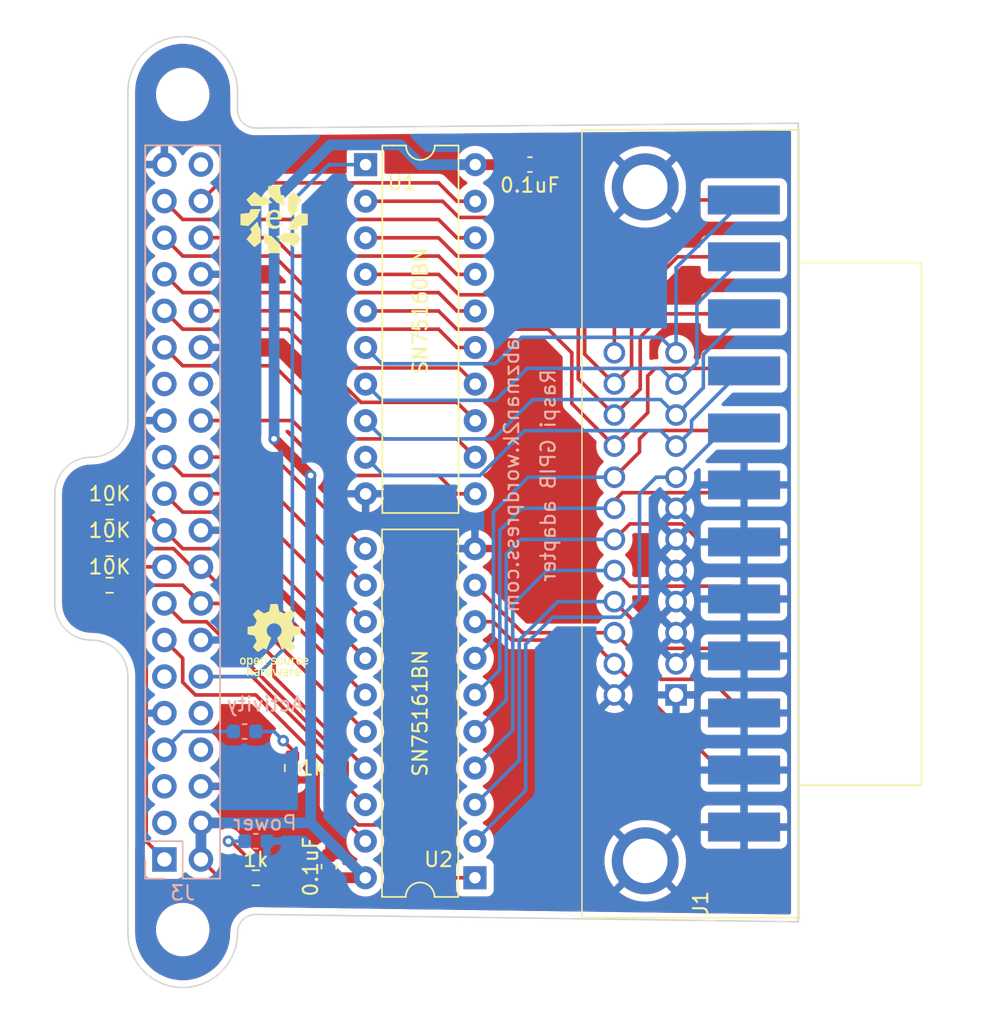
<source format=kicad_pcb>
(kicad_pcb (version 20211014) (generator pcbnew)
  (layers (0 "F.Cu" signal) (31 "B.Cu" signal) (34 "B.Paste" user) (35 "F.Paste" user) (36 "B.SilkS" user "B.Silkscreen") (37 "F.SilkS" user "F.Silkscreen") (38 "B.Mask" user) (39 "F.Mask" user) (44 "Edge.Cuts" user))
  (net 0 "")
  (net 1 "/DIO1")
  (net 2 "/DIO2")
  (net 3 "/DIO3")
  (net 4 "/DIO4")
  (net 5 "/EOI")
  (net 6 "/DAV")
  (net 7 "/NRFD")
  (net 8 "/NDAC")
  (net 9 "/IFC")
  (net 10 "/SRQ")
  (net 11 "/ATN")
  (net 12 "GND")
  (net 13 "/DIO5")
  (net 14 "/DIO6")
  (net 15 "/DIO7")
  (net 16 "/DIO8")
  (net 17 "/REN")
  (net 18 "+5V")
  (net 19 "Net-(D1-Pad1)")
  (net 20 "Net-(D1-Pad2)")
  (net 21 "/GPIO18")
  (net 22 "/GPIO08")
  (net 23 "/GPIO11")
  (net 24 "/GPIO25")
  (net 25 "/GPIO09")
  (net 26 "/GPIO10")
  (net 27 "/GPIO24")
  (net 28 "/GPIO23")
  (net 29 "/GPIO22")
  (net 30 "/GPIO27")
  (net 31 "+3V3")
  (net 37 "/GPIO07")
  (net 40 "/GPIO05")
  (net 41 "/GPIO06")
  (net 42 "/GPIO12")
  (net 43 "/GPIO13")
  (net 44 "/GPIO19")
  (net 45 "/GPIO16")
  (net 46 "/GPIO26")
  (net 47 "/GPIO20")
  (net 49 "Net-(D2-Pad2)")
  (footprint "Capacitor_SMD:C_0603_1608Metric" (layer "F.Cu") (at 223.52 71.12)
    (fp_text reference "C1" hide)
    (fp_text value "0.1uF" (at 0 1.43) (layer "F.SilkS"))
    (pad "1" smd roundrect locked (at -0.775 0) (size 0.9 0.95) (layers "F.Cu" "F.Paste" "F.Mask") (net 18 "+5V"))
    (pad "2" smd roundrect locked (at 0.775 0) (size 0.9 0.95) (layers "F.Cu" "F.Paste" "F.Mask") (net 12 "GND"))
  )
  (footprint "Resistor_SMD:R_0603_1608Metric" (layer "F.Cu") (at 207.01 113.03 -90)
    (fp_text reference "R4" hide)
    (fp_text value "1k" (at 0 -1.397 180) (layer "F.SilkS"))
    (pad "1" smd roundrect locked (at -0.825 0 270) (size 0.8 0.95) (layers "F.Cu" "F.Paste" "F.Mask") (net 19 "Net-(D1-Pad1)"))
    (pad "2" smd roundrect locked (at 0.825 0 270) (size 0.8 0.95) (layers "F.Cu" "F.Paste" "F.Mask") (net 12 "GND"))
  )
  (footprint "MountingHole:MountingHole_2.7mm_M2.5" (layer "F.Cu") (at 199.39 66.25)
    (fp_text reference "REF**" hide)
    (fp_text value "MountingHole_2.7mm_M2.5")
    (pad "" np_thru_hole circle locked (at 0 0) (size 2.7 2.7) (drill 2.7) (layers *.Cu *.Mask))
  )
  (footprint "Evan's misc parts:OSHW gear" (layer "F.Cu") (at 205.74 104.14)
    (fp_text reference "G***" hide)
    (fp_text value "LOGO" hide)
  )
  (footprint "Resistor_SMD:R_0603_1608Metric" (layer "F.Cu") (at 194.31 95.25)
    (fp_text reference "R3" hide)
    (fp_text value "10K" (at 0 -1.27) (layer "F.SilkS"))
    (pad "1" smd roundrect locked (at -0.825 0) (size 0.8 0.95) (layers "F.Cu" "F.Paste" "F.Mask") (net 31 "+3V3"))
    (pad "2" smd roundrect locked (at 0.825 0) (size 0.8 0.95) (layers "F.Cu" "F.Paste" "F.Mask") (net 26 "/GPIO10"))
  )
  (footprint "Resistor_SMD:R_0603_1608Metric" (layer "F.Cu") (at 204.47 120.65 180)
    (fp_text reference "R5" hide)
    (fp_text value "1k" (at 0 1.27) (layer "F.SilkS"))
    (pad "1" smd roundrect locked (at -0.825 0 180) (size 0.8 0.95) (layers "F.Cu" "F.Paste" "F.Mask") (net 49 "Net-(D2-Pad2)"))
    (pad "2" smd roundrect locked (at 0.825 0 180) (size 0.8 0.95) (layers "F.Cu" "F.Paste" "F.Mask") (net 18 "+5V"))
  )
  (footprint "Evan's misc parts:edge mounted 24 pin card edge connector (2x12 pin)" (layer "F.Cu") (at 235.8905 123.705 90)
    (fp_text reference "J1" (at 1.277 -0.5 90 unlocked) (layer "F.SilkS"))
    (fp_text value "2x12 card edge connector (lettered/numbered)")
    (fp_line (start 55.46 6.28) (end 0 6.28) (layer "Edge.Cuts") (width 0.12))
    (pad "1" smd rect (at 50.13 2.5 90) (size 2 5) (layers "F.Cu" "F.Paste" "F.Mask") (net 1 "/DIO1"))
    (pad "2" smd rect (at 46.18 2.51 90) (size 2 5) (layers "F.Cu" "F.Paste" "F.Mask") (net 2 "/DIO2"))
    (pad "3" smd rect (at 42.22 2.51 90) (size 2 5) (layers "F.Cu" "F.Paste" "F.Mask") (net 3 "/DIO3"))
    (pad "4" smd rect (at 38.26 2.52 90) (size 2 5) (layers "F.Cu" "F.Paste" "F.Mask") (net 4 "/DIO4"))
    (pad "5" smd rect (at 34.3 2.51 90) (size 2 5) (layers "F.Cu" "F.Paste" "F.Mask") (net 5 "/EOI"))
    (pad "6" smd rect (at 30.34 2.51 90) (size 2 5) (layers "F.Cu" "F.Paste" "F.Mask") (net 6 "/DAV"))
    (pad "7" smd rect (at 26.38 2.52 90) (size 2 5) (layers "F.Cu" "F.Paste" "F.Mask") (net 7 "/NRFD"))
    (pad "8" smd rect (at 22.42 2.51 90) (size 2 5) (layers "F.Cu" "F.Paste" "F.Mask") (net 8 "/NDAC"))
    (pad "9" smd rect (at 18.46 2.51 90) (size 2 5) (layers "F.Cu" "F.Paste" "F.Mask") (net 9 "/IFC"))
    (pad "10" smd rect (at 14.5 2.51 90) (size 2 5) (layers "F.Cu" "F.Paste" "F.Mask") (net 10 "/SRQ"))
    (pad "11" smd rect (at 10.54 2.51 90) (size 2 5) (layers "F.Cu" "F.Paste" "F.Mask") (net 11 "/ATN"))
    (pad "12" smd rect (at 6.58 2.51 90) (size 2 5) (layers "F.Cu" "F.Paste" "F.Mask") (net 12 "GND"))
    (pad "A" smd rect (at 50.13 2.5 90) (size 2 5) (layers "B.Cu" "B.Paste" "B.Mask") (net 13 "/DIO5"))
    (pad "B" smd rect (at 46.18 2.51 90) (size 2 5) (layers "B.Cu" "B.Paste" "B.Mask") (net 14 "/DIO6"))
    (pad "C" smd rect (at 42.22 2.51 90) (size 2 5) (layers "B.Cu" "B.Paste" "B.Mask") (net 15 "/DIO7"))
    (pad "D" smd rect (at 38.26 2.51 90) (size 2 5) (layers "B.Cu" "B.Paste" "B.Mask") (net 16 "/DIO8"))
    (pad "E" smd rect (at 34.3 2.51 90) (size 2 5) (layers "B.Cu" "B.Paste" "B.Mask") (net 17 "/REN"))
    (pad "F" smd rect (at 30.34 2.51 90) (size 2 5) (layers "B.Cu" "B.Paste" "B.Mask") (net 12 "GND"))
    (pad "H" smd rect (at 26.38 2.51 90) (size 2 5) (layers "B.Cu" "B.Paste" "B.Mask") (net 12 "GND"))
    (pad "J" smd rect (at 22.42 2.51 90) (size 2 5) (layers "B.Cu" "B.Paste" "B.Mask") (net 12 "GND"))
    (pad "K" smd rect (at 18.46 2.51 90) (size 2 5) (layers "B.Cu" "B.Paste" "B.Mask") (net 12 "GND"))
    (pad "L" smd rect (at 14.5 2.51 90) (size 2 5) (layers "B.Cu" "B.Paste" "B.Mask") (net 12 "GND"))
    (pad "M" smd rect (at 10.54 2.51 90) (size 2 5) (layers "B.Cu" "B.Paste" "B.Mask") (net 12 "GND"))
    (pad "N" smd rect (at 6.58 2.51 90) (size 2 5) (layers "B.Cu" "B.Paste" "B.Mask") (net 12 "GND"))
  )
  (footprint "Capacitor_SMD:C_0603_1608Metric" (layer "F.Cu") (at 209.55 119.875 90)
    (fp_text reference "C2" hide)
    (fp_text value "0.1uF" (at 0 -1.27 90) (layer "F.SilkS"))
    (pad "1" smd roundrect locked (at -0.775 0 90) (size 0.9 0.95) (layers "F.Cu" "F.Paste" "F.Mask") (net 18 "+5V"))
    (pad "2" smd roundrect locked (at 0.775 0 90) (size 0.9 0.95) (layers "F.Cu" "F.Paste" "F.Mask") (net 12 "GND"))
  )
  (footprint "MountingHole:MountingHole_2.7mm_M2.5" (layer "F.Cu") (at 199.39 124.245)
    (fp_text reference "REF**" hide)
    (fp_text value "MountingHole_2.7mm_M2.5")
    (pad "" np_thru_hole circle locked (at 0 0) (size 2.7 2.7) (drill 2.7) (layers *.Cu *.Mask))
  )
  (footprint "Resistor_SMD:R_0603_1608Metric" (layer "F.Cu") (at 194.31 97.79)
    (fp_text reference "R2" hide)
    (fp_text value "10K" (at 0 -1.27) (layer "F.SilkS"))
    (pad "1" smd roundrect locked (at -0.825 0) (size 0.8 0.95) (layers "F.Cu" "F.Paste" "F.Mask") (net 31 "+3V3"))
    (pad "2" smd roundrect locked (at 0.825 0) (size 0.8 0.95) (layers "F.Cu" "F.Paste" "F.Mask") (net 27 "/GPIO24"))
  )
  (footprint "Package_DIP:DIP-20_W7.62mm" (layer "F.Cu") (at 219.7 120.645 180)
    (fp_text reference "U2" (at 2.53 1.265) (layer "F.SilkS"))
    (fp_text value "SN75161BN" (at 3.81 11.425 90) (layer "F.SilkS"))
    (pad "1" thru_hole rect locked (at 0 0 180) (size 1.6 1.6) (drill 0.8) (layers *.Cu *.Mask) (net 21 "/GPIO18"))
    (pad "2" thru_hole oval locked (at 0 2.54 180) (size 1.6 1.6) (drill 0.8) (layers *.Cu *.Mask) (net 17 "/REN"))
    (pad "3" thru_hole oval locked (at 0 5.08 180) (size 1.6 1.6) (drill 0.8) (layers *.Cu *.Mask) (net 9 "/IFC"))
    (pad "4" thru_hole oval locked (at 0 7.62 180) (size 1.6 1.6) (drill 0.8) (layers *.Cu *.Mask) (net 8 "/NDAC"))
    (pad "5" thru_hole oval locked (at 0 10.16 180) (size 1.6 1.6) (drill 0.8) (layers *.Cu *.Mask) (net 7 "/NRFD"))
    (pad "6" thru_hole oval locked (at 0 12.7 180) (size 1.6 1.6) (drill 0.8) (layers *.Cu *.Mask) (net 6 "/DAV"))
    (pad "7" thru_hole oval locked (at 0 15.24 180) (size 1.6 1.6) (drill 0.8) (layers *.Cu *.Mask) (net 5 "/EOI"))
    (pad "8" thru_hole oval locked (at 0 17.78 180) (size 1.6 1.6) (drill 0.8) (layers *.Cu *.Mask) (net 11 "/ATN"))
    (pad "9" thru_hole oval locked (at 0 20.32 180) (size 1.6 1.6) (drill 0.8) (layers *.Cu *.Mask) (net 10 "/SRQ"))
    (pad "10" thru_hole oval locked (at 0 22.86 180) (size 1.6 1.6) (drill 0.8) (layers *.Cu *.Mask) (net 12 "GND"))
    (pad "11" thru_hole oval locked (at 7.62 22.86 180) (size 1.6 1.6) (drill 0.8) (layers *.Cu *.Mask) (net 22 "/GPIO08"))
    (pad "12" thru_hole oval locked (at 7.62 20.32 180) (size 1.6 1.6) (drill 0.8) (layers *.Cu *.Mask) (net 23 "/GPIO11"))
    (pad "13" thru_hole oval locked (at 7.62 17.78 180) (size 1.6 1.6) (drill 0.8) (layers *.Cu *.Mask) (net 24 "/GPIO25"))
    (pad "14" thru_hole oval locked (at 7.62 15.24 180) (size 1.6 1.6) (drill 0.8) (layers *.Cu *.Mask) (net 25 "/GPIO09"))
    (pad "15" thru_hole oval locked (at 7.62 12.7 180) (size 1.6 1.6) (drill 0.8) (layers *.Cu *.Mask) (net 26 "/GPIO10"))
    (pad "16" thru_hole oval locked (at 7.62 10.16 180) (size 1.6 1.6) (drill 0.8) (layers *.Cu *.Mask) (net 27 "/GPIO24"))
    (pad "17" thru_hole oval locked (at 7.62 7.62 180) (size 1.6 1.6) (drill 0.8) (layers *.Cu *.Mask) (net 28 "/GPIO23"))
    (pad "18" thru_hole oval locked (at 7.62 5.08 180) (size 1.6 1.6) (drill 0.8) (layers *.Cu *.Mask) (net 29 "/GPIO22"))
    (pad "19" thru_hole oval locked (at 7.62 2.54 180) (size 1.6 1.6) (drill 0.8) (layers *.Cu *.Mask) (net 30 "/GPIO27"))
    (pad "20" thru_hole oval locked (at 7.62 0 180) (size 1.6 1.6) (drill 0.8) (layers *.Cu *.Mask) (net 18 "+5V"))
  )
  (footprint "Evan's misc parts:GPIB" (layer "F.Cu") (at 233.68 107.95 90)
    (fp_text reference "J2" hide)
    (fp_text value "112-024-113R001" hide)
    (pad "1" thru_hole circle (at 23.76 -4.29 90) (size 1.5 1.5) (drill 1) (layers *.Cu *.Mask) (net 1 "/DIO1"))
    (pad "2" thru_hole circle (at 21.6 -4.29 90) (size 1.5 1.5) (drill 1) (layers *.Cu *.Mask) (net 2 "/DIO2"))
    (pad "3" thru_hole circle (at 19.44 -4.29 90) (size 1.5 1.5) (drill 1) (layers *.Cu *.Mask) (net 3 "/DIO3"))
    (pad "4" thru_hole circle (at 17.28 -4.29 90) (size 1.5 1.5) (drill 1) (layers *.Cu *.Mask) (net 4 "/DIO4"))
    (pad "5" thru_hole circle (at 15.12 -4.29 90) (size 1.5 1.5) (drill 1) (layers *.Cu *.Mask) (net 5 "/EOI"))
    (pad "6" thru_hole circle (at 12.96 -4.29 90) (size 1.5 1.5) (drill 1) (layers *.Cu *.Mask) (net 6 "/DAV"))
    (pad "7" thru_hole circle (at 10.8 -4.29 90) (size 1.5 1.5) (drill 1) (layers *.Cu *.Mask) (net 7 "/NRFD"))
    (pad "8" thru_hole circle (at 8.64 -4.29 90) (size 1.5 1.5) (drill 1) (layers *.Cu *.Mask) (net 8 "/NDAC"))
    (pad "9" thru_hole circle (at 6.48 -4.29 90) (size 1.5 1.5) (drill 1) (layers *.Cu *.Mask) (net 9 "/IFC"))
    (pad "10" thru_hole circle (at 4.32 -4.29 90) (size 1.5 1.5) (drill 1) (layers *.Cu *.Mask) (net 10 "/SRQ"))
    (pad "11" thru_hole circle (at 2.16 -4.29 90) (size 1.5 1.5) (drill 1) (layers *.Cu *.Mask) (net 11 "/ATN"))
    (pad "12" thru_hole circle (at 0 -4.29 90) (size 1.5 1.5) (drill 1) (layers *.Cu *.Mask) (net 12 "GND"))
    (pad "13" thru_hole circle (at 23.76 0 90) (size 1.5 1.5) (drill 1) (layers *.Cu *.Mask) (net 13 "/DIO5"))
    (pad "14" thru_hole circle (at 21.6 0 90) (size 1.5 1.5) (drill 1) (layers *.Cu *.Mask) (net 14 "/DIO6"))
    (pad "15" thru_hole circle (at 19.44 0 90) (size 1.5 1.5) (drill 1) (layers *.Cu *.Mask) (net 15 "/DIO7"))
    (pad "16" thru_hole circle (at 17.28 0 90) (size 1.5 1.5) (drill 1) (layers *.Cu *.Mask) (net 16 "/DIO8"))
    (pad "17" thru_hole circle (at 15.12 0 90) (size 1.5 1.5) (drill 1) (layers *.Cu *.Mask) (net 17 "/REN"))
    (pad "18" thru_hole circle (at 12.96 0 90) (size 1.5 1.5) (drill 1) (layers *.Cu *.Mask) (net 12 "GND"))
    (pad "19" thru_hole circle (at 10.8 0 90) (size 1.5 1.5) (drill 1) (layers *.Cu *.Mask) (net 12 "GND"))
    (pad "20" thru_hole circle (at 8.64 0 90) (size 1.5 1.5) (drill 1) (layers *.Cu *.Mask) (net 12 "GND"))
    (pad "21" thru_hole circle (at 6.48 0 90) (size 1.5 1.5) (drill 1) (layers *.Cu *.Mask) (net 12 "GND"))
    (pad "22" thru_hole circle (at 4.32 0 90) (size 1.5 1.5) (drill 1) (layers *.Cu *.Mask) (net 12 "GND"))
    (pad "23" thru_hole circle (at 2.16 0 90) (size 1.5 1.5) (drill 1) (layers *.Cu *.Mask) (net 12 "GND"))
    (pad "24" thru_hole rect (at 0 0 90) (size 1.5 1.5) (drill 1) (layers *.Cu *.Mask) (net 12 "GND"))
    (pad "MH1" thru_hole circle (at -11.52 -2.145 90) (size 4.65 4.65) (drill 3.1) (layers *.Cu *.Mask) (net 12 "GND"))
    (pad "MH2" thru_hole circle (at 35.28 -2.145 90) (size 4.65 4.65) (drill 3.1) (layers *.Cu *.Mask) (net 12 "GND"))
  )
  (footprint "Package_DIP:DIP-20_W7.62mm" (layer "F.Cu") (at 212.1 71.125)
    (fp_text reference "U1" (at 2.53 1.265 180) (layer "F.SilkS"))
    (fp_text value "SN75160BN" (at 3.8 10.155 90) (layer "F.SilkS"))
    (pad "1" thru_hole rect locked (at 0 0) (size 1.6 1.6) (drill 0.8) (layers *.Cu *.Mask) (net 21 "/GPIO18"))
    (pad "2" thru_hole oval locked (at 0 2.54) (size 1.6 1.6) (drill 0.8) (layers *.Cu *.Mask) (net 1 "/DIO1"))
    (pad "3" thru_hole oval locked (at 0 5.08) (size 1.6 1.6) (drill 0.8) (layers *.Cu *.Mask) (net 2 "/DIO2"))
    (pad "4" thru_hole oval locked (at 0 7.62) (size 1.6 1.6) (drill 0.8) (layers *.Cu *.Mask) (net 3 "/DIO3"))
    (pad "5" thru_hole oval locked (at 0 10.16) (size 1.6 1.6) (drill 0.8) (layers *.Cu *.Mask) (net 4 "/DIO4"))
    (pad "6" thru_hole oval locked (at 0 12.7) (size 1.6 1.6) (drill 0.8) (layers *.Cu *.Mask) (net 13 "/DIO5"))
    (pad "7" thru_hole oval locked (at 0 15.24) (size 1.6 1.6) (drill 0.8) (layers *.Cu *.Mask) (net 14 "/DIO6"))
    (pad "8" thru_hole oval locked (at 0 17.78) (size 1.6 1.6) (drill 0.8) (layers *.Cu *.Mask) (net 15 "/DIO7"))
    (pad "9" thru_hole oval locked (at 0 20.32) (size 1.6 1.6) (drill 0.8) (layers *.Cu *.Mask) (net 16 "/DIO8"))
    (pad "10" thru_hole oval locked (at 0 22.86) (size 1.6 1.6) (drill 0.8) (layers *.Cu *.Mask) (net 12 "GND"))
    (pad "11" thru_hole oval locked (at 7.62 22.86) (size 1.6 1.6) (drill 0.8) (layers *.Cu *.Mask) (net 37 "/GPIO07"))
    (pad "12" thru_hole oval locked (at 7.62 20.32) (size 1.6 1.6) (drill 0.8) (layers *.Cu *.Mask) (net 40 "/GPIO05"))
    (pad "13" thru_hole oval locked (at 7.62 17.78) (size 1.6 1.6) (drill 0.8) (layers *.Cu *.Mask) (net 41 "/GPIO06"))
    (pad "14" thru_hole oval locked (at 7.62 15.24) (size 1.6 1.6) (drill 0.8) (layers *.Cu *.Mask) (net 42 "/GPIO12"))
    (pad "15" thru_hole oval locked (at 7.62 12.7) (size 1.6 1.6) (drill 0.8) (layers *.Cu *.Mask) (net 43 "/GPIO13"))
    (pad "16" thru_hole oval locked (at 7.62 10.16) (size 1.6 1.6) (drill 0.8) (layers *.Cu *.Mask) (net 44 "/GPIO19"))
    (pad "17" thru_hole oval locked (at 7.62 7.62) (size 1.6 1.6) (drill 0.8) (layers *.Cu *.Mask) (net 45 "/GPIO16"))
    (pad "18" thru_hole oval locked (at 7.62 5.08) (size 1.6 1.6) (drill 0.8) (layers *.Cu *.Mask) (net 46 "/GPIO26"))
    (pad "19" thru_hole oval locked (at 7.62 2.54) (size 1.6 1.6) (drill 0.8) (layers *.Cu *.Mask) (net 47 "/GPIO20"))
    (pad "20" thru_hole oval locked (at 7.62 0) (size 1.6 1.6) (drill 0.8) (layers *.Cu *.Mask) (net 18 "+5V"))
  )
  (footprint "Evan's misc parts:Evan Logo" (layer "F.Cu") (at 205.74 74.93)
    (fp_text reference "G***" hide)
    (fp_text value "LOGO" hide)
  )
  (footprint "Resistor_SMD:R_0603_1608Metric" (layer "F.Cu") (at 194.31 100.33)
    (fp_text reference "R1" hide)
    (fp_text value "10K" (at 0 -1.27) (layer "F.SilkS"))
    (pad "1" smd roundrect locked (at -0.825 0) (size 0.8 0.95) (layers "F.Cu" "F.Paste" "F.Mask") (net 31 "+3V3"))
    (pad "2" smd roundrect locked (at 0.825 0) (size 0.8 0.95) (layers "F.Cu" "F.Paste" "F.Mask") (net 28 "/GPIO23"))
  )
  (footprint "Connector_PinHeader_2.54mm:PinHeader_2x20_P2.54mm_Vertical" (layer "B.Cu") (at 198.115 119.375)
    (fp_text reference "J3" (at 1.27 2.33) (layer "B.SilkS") (effects (justify mirror)))
    (fp_text value "Raspberry_Pi_2_3")
    (pad "1" thru_hole rect locked (at 0 0) (size 1.7 1.7) (drill 1) (layers *.Cu *.Mask) (net 31 "+3V3"))
    (pad "2" thru_hole oval locked (at 2.54 0) (size 1.7 1.7) (drill 1) (layers *.Cu *.Mask) (net 18 "+5V"))
    (pad "3" thru_hole oval locked (at 0 -2.54) (size 1.7 1.7) (drill 1) (layers *.Cu *.Mask))
    (pad "4" thru_hole oval locked (at 2.54 -2.54) (size 1.7 1.7) (drill 1) (layers *.Cu *.Mask) (net 18 "+5V"))
    (pad "5" thru_hole oval locked (at 0 -5.08) (size 1.7 1.7) (drill 1) (layers *.Cu *.Mask))
    (pad "6" thru_hole oval locked (at 2.54 -5.08) (size 1.7 1.7) (drill 1) (layers *.Cu *.Mask) (net 12 "GND"))
    (pad "7" thru_hole oval locked (at 0 -7.62) (size 1.7 1.7) (drill 1) (layers *.Cu *.Mask) (net 20 "Net-(D1-Pad2)"))
    (pad "8" thru_hole oval locked (at 2.54 -7.62) (size 1.7 1.7) (drill 1) (layers *.Cu *.Mask))
    (pad "9" thru_hole oval locked (at 0 -10.16) (size 1.7 1.7) (drill 1) (layers *.Cu *.Mask) (net 12 "GND"))
    (pad "10" thru_hole oval locked (at 2.54 -10.16) (size 1.7 1.7) (drill 1) (layers *.Cu *.Mask))
    (pad "11" thru_hole oval locked (at 0 -12.7) (size 1.7 1.7) (drill 1) (layers *.Cu *.Mask))
    (pad "12" thru_hole oval locked (at 2.54 -12.7) (size 1.7 1.7) (drill 1) (layers *.Cu *.Mask) (net 21 "/GPIO18"))
    (pad "13" thru_hole oval locked (at 0 -15.24) (size 1.7 1.7) (drill 1) (layers *.Cu *.Mask) (net 30 "/GPIO27"))
    (pad "14" thru_hole oval locked (at 2.54 -15.24) (size 1.7 1.7) (drill 1) (layers *.Cu *.Mask) (net 12 "GND"))
    (pad "15" thru_hole oval locked (at 0 -17.78) (size 1.7 1.7) (drill 1) (layers *.Cu *.Mask) (net 29 "/GPIO22"))
    (pad "16" thru_hole oval locked (at 2.54 -17.78) (size 1.7 1.7) (drill 1) (layers *.Cu *.Mask) (net 28 "/GPIO23"))
    (pad "17" thru_hole oval locked (at 0 -20.32) (size 1.7 1.7) (drill 1) (layers *.Cu *.Mask) (net 31 "+3V3"))
    (pad "18" thru_hole oval locked (at 2.54 -20.32) (size 1.7 1.7) (drill 1) (layers *.Cu *.Mask) (net 27 "/GPIO24"))
    (pad "19" thru_hole oval locked (at 0 -22.86) (size 1.7 1.7) (drill 1) (layers *.Cu *.Mask) (net 26 "/GPIO10"))
    (pad "20" thru_hole oval locked (at 2.54 -22.86) (size 1.7 1.7) (drill 1) (layers *.Cu *.Mask) (net 12 "GND"))
    (pad "21" thru_hole oval locked (at 0 -25.4) (size 1.7 1.7) (drill 1) (layers *.Cu *.Mask) (net 25 "/GPIO09"))
    (pad "22" thru_hole oval locked (at 2.54 -25.4) (size 1.7 1.7) (drill 1) (layers *.Cu *.Mask) (net 24 "/GPIO25"))
    (pad "23" thru_hole oval locked (at 0 -27.94) (size 1.7 1.7) (drill 1) (layers *.Cu *.Mask) (net 23 "/GPIO11"))
    (pad "24" thru_hole oval locked (at 2.54 -27.94) (size 1.7 1.7) (drill 1) (layers *.Cu *.Mask) (net 22 "/GPIO08"))
    (pad "25" thru_hole oval locked (at 0 -30.48) (size 1.7 1.7) (drill 1) (layers *.Cu *.Mask) (net 12 "GND"))
    (pad "26" thru_hole oval locked (at 2.54 -30.48) (size 1.7 1.7) (drill 1) (layers *.Cu *.Mask) (net 37 "/GPIO07"))
    (pad "27" thru_hole oval locked (at 0 -33.02) (size 1.7 1.7) (drill 1) (layers *.Cu *.Mask))
    (pad "28" thru_hole oval locked (at 2.54 -33.02) (size 1.7 1.7) (drill 1) (layers *.Cu *.Mask))
    (pad "29" thru_hole oval locked (at 0 -35.56) (size 1.7 1.7) (drill 1) (layers *.Cu *.Mask) (net 40 "/GPIO05"))
    (pad "30" thru_hole oval locked (at 2.54 -35.56) (size 1.7 1.7) (drill 1) (layers *.Cu *.Mask) (net 12 "GND"))
    (pad "31" thru_hole oval locked (at 0 -38.1) (size 1.7 1.7) (drill 1) (layers *.Cu *.Mask) (net 41 "/GPIO06"))
    (pad "32" thru_hole oval locked (at 2.54 -38.1) (size 1.7 1.7) (drill 1) (layers *.Cu *.Mask) (net 42 "/GPIO12"))
    (pad "33" thru_hole oval locked (at 0 -40.64) (size 1.7 1.7) (drill 1) (layers *.Cu *.Mask) (net 43 "/GPIO13"))
    (pad "34" thru_hole oval locked (at 2.54 -40.64) (size 1.7 1.7) (drill 1) (layers *.Cu *.Mask) (net 12 "GND"))
    (pad "35" thru_hole oval locked (at 0 -43.18) (size 1.7 1.7) (drill 1) (layers *.Cu *.Mask) (net 44 "/GPIO19"))
    (pad "36" thru_hole oval locked (at 2.54 -43.18) (size 1.7 1.7) (drill 1) (layers *.Cu *.Mask) (net 45 "/GPIO16"))
    (pad "37" thru_hole oval locked (at 0 -45.72) (size 1.7 1.7) (drill 1) (layers *.Cu *.Mask) (net 46 "/GPIO26"))
    (pad "38" thru_hole oval locked (at 2.54 -45.72) (size 1.7 1.7) (drill 1) (layers *.Cu *.Mask) (net 47 "/GPIO20"))
    (pad "39" thru_hole oval locked (at 0 -48.26) (size 1.7 1.7) (drill 1) (layers *.Cu *.Mask) (net 12 "GND"))
    (pad "40" thru_hole oval locked (at 2.54 -48.26) (size 1.7 1.7) (drill 1) (layers *.Cu *.Mask))
  )
  (footprint "Capacitor_SMD:C_0603_1608Metric" (layer "B.Cu") (at 203.695 110.49 180)
    (fp_text reference "D1" hide)
    (fp_text value "Activity" (at -1.41 1.905) (layer "B.SilkS") (effects (justify mirror)))
    (pad "1" smd roundrect locked (at -0.775 0 180) (size 0.9 0.95) (layers "B.Cu" "B.Paste" "B.Mask") (net 19 "Net-(D1-Pad1)"))
    (pad "2" smd roundrect locked (at 0.775 0 180) (size 0.9 0.95) (layers "B.Cu" "B.Paste" "B.Mask") (net 20 "Net-(D1-Pad2)"))
  )
  (footprint "Capacitor_SMD:C_0603_1608Metric" (layer "B.Cu") (at 204.47 118.11 180)
    (fp_text reference "D2" hide)
    (fp_text value "Power" (at -0.635 1.27) (layer "B.SilkS") (effects (justify mirror)))
    (pad "1" smd roundrect locked (at -0.775 0 180) (size 0.9 0.95) (layers "B.Cu" "B.Paste" "B.Mask") (net 12 "GND"))
    (pad "2" smd roundrect locked (at 0.775 0 180) (size 0.9 0.95) (layers "B.Cu" "B.Paste" "B.Mask") (net 49 "Net-(D2-Pad2)"))
  )
  (gr_line (start 204.47 68.58) (end 242.1705 68.245) (layer "Edge.Cuts") (width 0.1))
  (gr_arc (start 203.2 124.46) (mid 199.39 128.27) (end 195.58 124.46) (layer "Edge.Cuts") (width 0.1))
  (gr_arc (start 195.58 88.9) (mid 194.836051 90.696051) (end 193.04 91.44) (layer "Edge.Cuts") (width 0.1))
  (gr_arc (start 204.47 68.58) (mid 203.571974 68.208026) (end 203.2 67.31) (layer "Edge.Cuts") (width 0.1))
  (gr_arc (start 193.04 104.14) (mid 194.836051 104.883949) (end 195.58 106.68) (layer "Edge.Cuts") (width 0.1))
  (gr_arc (start 195.58 66.04) (mid 199.39 62.23) (end 203.2 66.04) (layer "Edge.Cuts") (width 0.1))
  (gr_line (start 195.58 124.46) (end 195.58 106.68) (layer "Edge.Cuts") (width 0.1))
  (gr_line (start 203.2 66.04) (end 203.2 67.31) (layer "Edge.Cuts") (width 0.1))
  (gr_arc (start 190.5 93.98) (mid 191.243949 92.183949) (end 193.04 91.44) (layer "Edge.Cuts") (width 0.1))
  (gr_arc (start 203.2 124.46) (mid 203.571974 123.561974) (end 204.47 123.19) (layer "Edge.Cuts") (width 0.1))
  (gr_arc (start 193.04 104.14) (mid 191.243949 103.396051) (end 190.5 101.6) (layer "Edge.Cuts") (width 0.1))
  (gr_line (start 204.47 123.19) (end 242.1705 123.705) (layer "Edge.Cuts") (width 0.1))
  (gr_line (start 195.58 66.04) (end 195.58 88.9) (layer "Edge.Cuts") (width 0.1))
  (gr_line (start 190.5 93.98) (end 190.5 101.6) (layer "Edge.Cuts") (width 0.1))
  (gr_text "Raspi GPIB adapter" (at 224.79 92.71 90) (layer "B.SilkS") (effects (font (size 1 1)) (justify mirror)))
  (gr_text "abzman2k.wordpress.com" (at 222.25 92.71 90) (layer "B.SilkS") (effects (font (size 1 1)) (justify mirror)))
  (segment (start 217.455978 73.665) (end 218.580489 74.789511) (width 0.25) (layer "F.Cu") (net 1))
  (segment (start 229.39 76.99) (end 231.62 76.99) (width 0.25) (layer "F.Cu") (net 1))
  (segment (start 227.189511 74.789511) (end 218.580489 74.789511) (width 0.25) (layer "F.Cu") (net 1))
  (segment (start 212.1 73.665) (end 217.455978 73.665) (width 0.25) (layer "F.Cu") (net 1))
  (segment (start 229.39 84.19) (end 229.39 76.99) (width 0.25) (layer "F.Cu") (net 1))
  (segment (start 227.189511 74.789511) (end 229.39 76.99) (width 0.25) (layer "F.Cu") (net 1))
  (segment (start 231.62 76.99) (end 235.035 73.575) (width 0.25) (layer "F.Cu") (net 1))
  (segment (start 235.035 73.575) (end 238.3905 73.575) (width 0.25) (layer "F.Cu") (net 1))
  (segment (start 238.4005 77.525) (end 233.78835 77.525) (width 0.25) (layer "F.Cu") (net 2))
  (segment (start 230.586675 85.153325) (end 229.39 86.35) (width 0.25) (layer "F.Cu") (net 2))
  (segment (start 218.44 77.47) (end 224.79 77.47) (width 0.25) (layer "F.Cu") (net 2))
  (segment (start 227.33 80.01) (end 227.33 84.29) (width 0.25) (layer "F.Cu") (net 2))
  (segment (start 230.586675 80.726675) (end 230.586675 85.153325) (width 0.25) (layer "F.Cu") (net 2))
  (segment (start 212.1 76.205) (end 217.175 76.205) (width 0.25) (layer "F.Cu") (net 2))
  (segment (start 233.78835 77.525) (end 230.586675 80.726675) (width 0.25) (layer "F.Cu") (net 2))
  (segment (start 217.175 76.205) (end 218.44 77.47) (width 0.25) (layer "F.Cu") (net 2))
  (segment (start 227.33 84.29) (end 229.39 86.35) (width 0.25) (layer "F.Cu") (net 2))
  (segment (start 224.79 77.47) (end 227.33 80.01) (width 0.25) (layer "F.Cu") (net 2))
  (segment (start 218.590489 80.160489) (end 224.940489 80.160489) (width 0.25) (layer "F.Cu") (net 3))
  (segment (start 217.175 78.745) (end 218.590489 80.160489) (width 0.25) (layer "F.Cu") (net 3))
  (segment (start 226.88048 86.00048) (end 229.39 88.51) (width 0.25) (layer "F.Cu") (net 3))
  (segment (start 212.1 78.745) (end 217.175 78.745) (width 0.25) (layer "F.Cu") (net 3))
  (segment (start 231.186195 83.103325) (end 231.186195 86.713805) (width 0.25) (layer "F.Cu") (net 3))
  (segment (start 231.186195 86.713805) (end 229.39 88.51) (width 0.25) (layer "F.Cu") (net 3))
  (segment (start 238.4005 81.485) (end 232.80452 81.485) (width 0.25) (layer "F.Cu") (net 3))
  (segment (start 232.80452 81.485) (end 231.186195 83.103325) (width 0.25) (layer "F.Cu") (net 3))
  (segment (start 226.88048 82.10048) (end 226.88048 86.00048) (width 0.25) (layer "F.Cu") (net 3))
  (segment (start 224.940489 80.160489) (end 226.88048 82.10048) (width 0.25) (layer "F.Cu") (net 3))
  (segment (start 218.44 82.55) (end 224.79 82.55) (width 0.25) (layer "F.Cu") (net 4))
  (segment (start 217.175 81.285) (end 218.44 82.55) (width 0.25) (layer "F.Cu") (net 4))
  (segment (start 226.43096 87.71096) (end 226.43096 84.19096) (width 0.25) (layer "F.Cu") (net 4))
  (segment (start 238.240989 85.275489) (end 232.224511 85.275489) (width 0.25) (layer "F.Cu") (net 4))
  (segment (start 231.710715 88.349285) (end 229.39 90.67) (width 0.25) (layer "F.Cu") (net 4))
  (segment (start 212.1 81.285) (end 217.175 81.285) (width 0.25) (layer "F.Cu") (net 4))
  (segment (start 231.710715 85.789285) (end 231.710715 88.349285) (width 0.25) (layer "F.Cu") (net 4))
  (segment (start 232.224511 85.275489) (end 231.710715 85.789285) (width 0.25) (layer "F.Cu") (net 4))
  (segment (start 226.43096 84.19096) (end 224.79 82.55) (width 0.25) (layer "F.Cu") (net 4))
  (segment (start 238.4105 85.445) (end 238.240989 85.275489) (width 0.25) (layer "F.Cu") (net 4))
  (segment (start 226.43096 87.71096) (end 229.39 90.67) (width 0.25) (layer "F.Cu") (net 4))
  (segment (start 231.824511 89.584511) (end 238.220989 89.584511) (width 0.25) (layer "F.Cu") (net 5))
  (segment (start 238.220989 89.584511) (end 238.4005 89.405) (width 0.25) (layer "F.Cu") (net 5))
  (segment (start 231.14 91.08) (end 231.14 90.17) (width 0.25) (layer "F.Cu") (net 5))
  (segment (start 231.725489 89.584511) (end 231.824511 89.584511) (width 0.25) (layer "F.Cu") (net 5))
  (segment (start 231.14 90.17) (end 231.725489 89.584511) (width 0.25) (layer "F.Cu") (net 5))
  (segment (start 229.39 92.83) (end 231.14 91.08) (width 0.25) (layer "F.Cu") (net 5))
  (segment (start 220.98 104.125) (end 220.98 95.25) (width 0.25) (layer "B.Cu") (net 5))
  (segment (start 223.4 92.83) (end 229.39 92.83) (width 0.25) (layer "B.Cu") (net 5))
  (segment (start 219.7 105.405) (end 220.98 104.125) (width 0.25) (layer "B.Cu") (net 5))
  (segment (start 220.98 95.25) (end 223.4 92.83) (width 0.25) (layer "B.Cu") (net 5))
  (segment (start 237.860989 93.904511) (end 229.945489 93.904511) (width 0.25) (layer "F.Cu") (net 6))
  (segment (start 229.39 94.46) (end 229.39 94.99) (width 0.25) (layer "F.Cu") (net 6))
  (segment (start 229.945489 93.904511) (end 229.39 94.46) (width 0.25) (layer "F.Cu") (net 6))
  (segment (start 238.4005 93.365) (end 237.860989 93.904511) (width 0.25) (layer "F.Cu") (net 6))
  (segment (start 221.42952 106.21548) (end 219.7 107.945) (width 0.25) (layer "B.Cu") (net 6))
  (segment (start 221.42952 96.52) (end 221.42952 106.21548) (width 0.25) (layer "B.Cu") (net 6))
  (segment (start 222.95952 94.99) (end 229.39 94.99) (width 0.25) (layer "B.Cu") (net 6))
  (segment (start 222.95952 94.99) (end 221.42952 96.52) (width 0.25) (layer "B.Cu") (net 6))
  (segment (start 238.4105 97.325) (end 235.374589 97.325) (width 0.25) (layer "F.Cu") (net 7))
  (segment (start 230.464511 96.075489) (end 229.39 97.15) (width 0.25) (layer "F.Cu") (net 7))
  (segment (start 234.125078 96.075489) (end 230.464511 96.075489) (width 0.25) (layer "F.Cu") (net 7))
  (segment (start 235.374589 97.325) (end 234.125078 96.075489) (width 0.25) (layer "F.Cu") (net 7))
  (segment (start 221.87904 98.16096) (end 221.87904 108.30596) (width 0.25) (layer "B.Cu") (net 7))
  (segment (start 222.89 97.15) (end 221.87904 98.16096) (width 0.25) (layer "B.Cu") (net 7))
  (segment (start 221.87904 108.30596) (end 219.7 110.485) (width 0.25) (layer "B.Cu") (net 7))
  (segment (start 229.39 97.15) (end 222.89 97.15) (width 0.25) (layer "B.Cu") (net 7))
  (segment (start 237.510989 100.395489) (end 230.475489 100.395489) (width 0.25) (layer "F.Cu") (net 8))
  (segment (start 238.4005 101.285) (end 237.510989 100.395489) (width 0.25) (layer "F.Cu") (net 8))
  (segment (start 230.475489 100.395489) (end 229.39 99.31) (width 0.25) (layer "F.Cu") (net 8))
  (segment (start 229.39 99.31) (end 224.69712 99.31) (width 0.25) (layer "B.Cu") (net 8))
  (segment (start 224.69712 99.31) (end 222.32856 101.67856) (width 0.25) (layer "B.Cu") (net 8))
  (segment (start 222.32856 110.39644) (end 219.7 113.025) (width 0.25) (layer "B.Cu") (net 8))
  (segment (start 222.32856 101.67856) (end 222.32856 110.39644) (width 0.25) (layer "B.Cu") (net 8))
  (segment (start 232.635489 104.715489) (end 229.39 101.47) (width 0.25) (layer "F.Cu") (net 9))
  (segment (start 237.870989 104.715489) (end 232.635489 104.715489) (width 0.25) (layer "F.Cu") (net 9))
  (segment (start 238.4005 105.245) (end 237.870989 104.715489) (width 0.25) (layer "F.Cu") (net 9))
  (segment (start 222.77808 112.48692) (end 219.7 115.565) (width 0.25) (layer "B.Cu") (net 9))
  (segment (start 222.77808 104.14) (end 222.77808 112.48692) (width 0.25) (layer "B.Cu") (net 9))
  (segment (start 225.44808 101.47) (end 229.39 101.47) (width 0.25) (layer "B.Cu") (net 9))
  (segment (start 225.44808 101.47) (end 222.77808 104.14) (width 0.25) (layer "B.Cu") (net 9))
  (segment (start 223.005 103.63) (end 219.7 100.325) (width 0.25) (layer "F.Cu") (net 10))
  (segment (start 232.624511 106.864511) (end 229.39 103.63) (width 0.25) (layer "F.Cu") (net 10))
  (segment (start 229.39 103.63) (end 223.005 103.63) (width 0.25) (layer "F.Cu") (net 10))
  (segment (start 238.4005 109.205) (end 236.060011 106.864511) (width 0.25) (layer "F.Cu") (net 10))
  (segment (start 236.060011 106.864511) (end 232.624511 106.864511) (width 0.25) (layer "F.Cu") (net 10))
  (segment (start 227.74 104.14) (end 222.25 104.14) (width 0.25) (layer "F.Cu") (net 11))
  (segment (start 220.975 102.865) (end 219.7 102.865) (width 0.25) (layer "F.Cu") (net 11))
  (segment (start 236.765 113.165) (end 229.39 105.79) (width 0.25) (layer "F.Cu") (net 11))
  (segment (start 238.4005 113.165) (end 236.765 113.165) (width 0.25) (layer "F.Cu") (net 11))
  (segment (start 222.25 104.14) (end 220.975 102.865) (width 0.25) (layer "F.Cu") (net 11))
  (segment (start 229.39 105.79) (end 227.74 104.14) (width 0.25) (layer "F.Cu") (net 11))
  (segment (start 220.185789 84.949511) (end 213.224511 84.949511) (width 0.25) (layer "B.Cu") (net 13))
  (segment (start 220.185789 84.949511) (end 221.120489 84.949511) (width 0.25) (layer "B.Cu") (net 13))
  (segment (start 221.120489 84.949511) (end 222.954511 83.115489) (width 0.25) (layer "B.Cu") (net 13))
  (segment (start 233.68 84.19) (end 232.605489 83.115489) (width 0.25) (layer "B.Cu") (net 13))
  (segment (start 238.3905 73.575) (end 233.68 78.2855) (width 0.25) (layer "B.Cu") (net 13))
  (segment (start 233.68 78.2855) (end 233.68 84.19) (width 0.25) (layer "B.Cu") (net 13))
  (segment (start 213.224511 84.949511) (end 212.1 83.825) (width 0.25) (layer "B.Cu") (net 13))
  (segment (start 232.605489 83.115489) (end 222.954511 83.115489) (width 0.25) (layer "B.Cu") (net 13))
  (segment (start 235.126469 84.903531) (end 233.68 86.35) (width 0.25) (layer "B.Cu") (net 14))
  (segment (start 233.68 86.35) (end 232.605489 85.275489) (width 0.25) (layer "B.Cu") (net 14))
  (segment (start 238.4005 77.525) (end 235.126469 80.799031) (width 0.25) (layer "B.Cu") (net 14))
  (segment (start 213.224511 87.489511) (end 212.1 86.365) (width 0.25) (layer "B.Cu") (net 14))
  (segment (start 235.126469 80.799031) (end 235.126469 84.903531) (width 0.25) (layer "B.Cu") (net 14))
  (segment (start 221.120489 87.489511) (end 223.334511 85.275489) (width 0.25) (layer "B.Cu") (net 14))
  (segment (start 219.850489 87.489511) (end 213.224511 87.489511) (width 0.25) (layer "B.Cu") (net 14))
  (segment (start 219.850489 87.489511) (end 221.120489 87.489511) (width 0.25) (layer "B.Cu") (net 14))
  (segment (start 232.605489 85.275489) (end 223.334511 85.275489) (width 0.25) (layer "B.Cu") (net 14))
  (segment (start 235.575989 86.614011) (end 233.68 88.51) (width 0.25) (layer "B.Cu") (net 15))
  (segment (start 220.98 90.17) (end 223.714511 87.435489) (width 0.25) (layer "B.Cu") (net 15))
  (segment (start 223.714511 87.435489) (end 232.605489 87.435489) (width 0.25) (layer "B.Cu") (net 15))
  (segment (start 220.0453 90.17) (end 220.98 90.17) (width 0.25) (layer "B.Cu") (net 15))
  (segment (start 235.575989 84.309511) (end 235.575989 86.614011) (width 0.25) (layer "B.Cu") (net 15))
  (segment (start 213.365 90.17) (end 220.0453 90.17) (width 0.25) (layer "B.Cu") (net 15))
  (segment (start 238.4005 81.485) (end 235.575989 84.309511) (width 0.25) (layer "B.Cu") (net 15))
  (segment (start 212.1 88.905) (end 213.365 90.17) (width 0.25) (layer "B.Cu") (net 15))
  (segment (start 232.605489 87.435489) (end 233.68 88.51) (width 0.25) (layer "B.Cu") (net 15))
  (segment (start 233.68 90.67) (end 232.605489 89.595489) (width 0.25) (layer "B.Cu") (net 16))
  (segment (start 234.754511 89.595489) (end 233.68 90.67) (width 0.25) (layer "B.Cu") (net 16))
  (segment (start 220.0453 92.71) (end 223.159811 89.595489) (width 0.25) (layer "B.Cu") (net 16))
  (segment (start 220.0453 92.71) (end 213.365 92.71) (width 0.25) (layer "B.Cu") (net 16))
  (segment (start 238.4005 85.445) (end 238.211478 85.445) (width 0.25) (layer "B.Cu") (net 16))
  (segment (start 213.365 92.71) (end 212.1 91.445) (width 0.25) (layer "B.Cu") (net 16))
  (segment (start 234.754511 88.901967) (end 234.754511 89.595489) (width 0.25) (layer "B.Cu") (net 16))
  (segment (start 238.211478 85.445) (end 234.754511 88.901967) (width 0.25) (layer "B.Cu") (net 16))
  (segment (start 232.605489 89.595489) (end 224.215489 89.595489) (width 0.25) (layer "B.Cu") (net 16))
  (segment (start 223.159811 89.595489) (end 224.215489 89.595489) (width 0.25) (layer "B.Cu") (net 16))
  (segment (start 231.14 93.98) (end 231.14 101.239589) (width 0.25) (layer "B.Cu") (net 17))
  (segment (start 225.104511 102.555489) (end 223.2276 104.4324) (width 0.25) (layer "B.Cu") (net 17))
  (segment (start 233.68 92.83) (end 232.29 92.83) (width 0.25) (layer "B.Cu") (net 17))
  (segment (start 238.4005 89.405) (end 237.105 89.405) (width 0.25) (layer "B.Cu") (net 17))
  (segment (start 223.2276 104.4324) (end 223.2276 114.5774) (width 0.25) (layer "B.Cu") (net 17))
  (segment (start 231.14 101.239589) (end 229.8241 102.555489) (width 0.25) (layer "B.Cu") (net 17))
  (segment (start 223.2276 114.5774) (end 219.7 118.105) (width 0.25) (layer "B.Cu") (net 17))
  (segment (start 237.105 89.405) (end 233.68 92.83) (width 0.25) (layer "B.Cu") (net 17))
  (segment (start 232.29 92.83) (end 231.14 93.98) (width 0.25) (layer "B.Cu") (net 17))
  (segment (start 229.8241 102.555489) (end 225.104511 102.555489) (width 0.25) (layer "B.Cu") (net 17))
  (segment (start 212.08 120.645) (end 209.555 120.645) (width 0.75) (layer "F.Cu") (net 18))
  (segment (start 205.74 90.17) (end 208.28 92.71) (width 0.75) (layer "F.Cu") (net 18))
  (segment (start 201.93 120.65) (end 200.655 119.375) (width 0.25) (layer "F.Cu") (net 18))
  (segment (start 222.74 71.125) (end 222.745 71.12) (width 0.75) (layer "F.Cu") (net 18))
  (segment (start 209.555 120.645) (end 209.55 120.65) (width 0.75) (layer "F.Cu") (net 18))
  (segment (start 219.72 71.125) (end 222.74 71.125) (width 0.75) (layer "F.Cu") (net 18))
  (segment (start 203.645 120.65) (end 201.93 120.65) (width 0.25) (layer "F.Cu") (net 18))
  (via (at 208.28 92.71) (size 0.8) (drill 0.4) (layers "F.Cu" "B.Cu") (net 18))
  (via (at 205.74 90.17) (size 0.8) (drill 0.4) (layers "F.Cu" "B.Cu") (net 18))
  (segment (start 219.72 71.125) (end 217.175 71.125) (width 0.75) (layer "B.Cu") (net 18))
  (segment (start 205.74 73.66) (end 205.74 90.17) (width 0.75) (layer "B.Cu") (net 18))
  (segment (start 208.28 116.845) (end 208.27 116.835) (width 0.75) (layer "B.Cu") (net 18))
  (segment (start 209.649511 69.750489) (end 205.74 73.66) (width 0.75) (layer "B.Cu") (net 18))
  (segment (start 200.655 116.835) (end 200.655 119.375) (width 0.75) (layer "B.Cu") (net 18))
  (segment (start 208.28 116.845) (end 212.08 120.645) (width 0.75) (layer "B.Cu") (net 18))
  (segment (start 215.905 71.125) (end 214.530489 69.750489) (width 0.75) (layer "B.Cu") (net 18))
  (segment (start 208.27 116.835) (end 200.655 116.835) (width 0.75) (layer "B.Cu") (net 18))
  (segment (start 214.530489 69.750489) (end 209.649511 69.750489) (width 0.75) (layer "B.Cu") (net 18))
  (segment (start 208.28 92.71) (end 208.28 116.845) (width 0.75) (layer "B.Cu") (net 18))
  (segment (start 217.175 71.125) (end 215.905 71.125) (width 0.75) (layer "B.Cu") (net 18))
  (segment (start 207.01 112.205) (end 207.01 111.76) (width 0.25) (layer "F.Cu") (net 19))
  (segment (start 207.01 111.76) (end 206.375 111.125) (width 0.25) (layer "F.Cu") (net 19))
  (via (at 206.375 111.125) (size 0.8) (drill 0.4) (layers "F.Cu" "B.Cu") (net 19))
  (segment (start 204.47 110.49) (end 205.74 110.49) (width 0.25) (layer "B.Cu") (net 19))
  (segment (start 205.74 110.49) (end 206.375 111.125) (width 0.25) (layer "B.Cu") (net 19))
  (segment (start 202.92 110.49) (end 199.38 110.49) (width 0.25) (layer "B.Cu") (net 20))
  (segment (start 199.38 110.49) (end 198.115 111.755) (width 0.25) (layer "B.Cu") (net 20))
  (segment (start 211.591207 116.980489) (end 213.500489 116.980489) (width 0.25) (layer "F.Cu") (net 21))
  (segment (start 200.655 106.675) (end 204.220292 106.675) (width 0.25) (layer "F.Cu") (net 21))
  (segment (start 210.36798 112.822688) (end 210.36798 115.757262) (width 0.25) (layer "F.Cu") (net 21))
  (segment (start 213.500489 116.980489) (end 217.165 120.645) (width 0.25) (layer "F.Cu") (net 21))
  (segment (start 217.165 120.645) (end 219.7 120.645) (width 0.25) (layer "F.Cu") (net 21))
  (segment (start 210.36798 115.757262) (end 211.591207 116.980489) (width 0.25) (layer "F.Cu") (net 21))
  (segment (start 204.220292 106.675) (end 210.36798 112.822688) (width 0.25) (layer "F.Cu") (net 21))
  (segment (start 212.1 71.125) (end 209.545 71.125) (width 0.25) (layer "B.Cu") (net 21))
  (segment (start 207.01 73.66) (end 207.01 104.14) (width 0.25) (layer "B.Cu") (net 21))
  (segment (start 207.01 104.14) (end 204.475 106.675) (width 0.25) (layer "B.Cu") (net 21))
  (segment (start 204.475 106.675) (end 200.655 106.675) (width 0.25) (layer "B.Cu") (net 21))
  (segment (start 209.545 71.125) (end 207.01 73.66) (width 0.25) (layer "B.Cu") (net 21))
  (segment (start 205.73 91.435) (end 200.655 91.435) (width 0.25) (layer "F.Cu") (net 22))
  (segment (start 212.08 97.785) (end 205.73 91.435) (width 0.25) (layer "F.Cu") (net 22))
  (segment (start 212.08 100.325) (end 204.47 92.715) (width 0.25) (layer "F.Cu") (net 23))
  (segment (start 199.395 92.715) (end 198.115 91.435) (width 0.25) (layer "F.Cu") (net 23))
  (segment (start 204.47 92.715) (end 199.395 92.715) (width 0.25) (layer "F.Cu") (net 23))
  (segment (start 212.08 102.865) (end 203.19 93.975) (width 0.25) (layer "F.Cu") (net 24))
  (segment (start 203.19 93.975) (end 200.655 93.975) (width 0.25) (layer "F.Cu") (net 24))
  (segment (start 199.395 95.255) (end 198.115 93.975) (width 0.25) (layer "F.Cu") (net 25))
  (segment (start 201.93 95.255) (end 199.395 95.255) (width 0.25) (layer "F.Cu") (net 25))
  (segment (start 212.08 105.405) (end 201.93 95.255) (width 0.25) (layer "F.Cu") (net 25))
  (segment (start 198.115 96.515) (end 196.85 95.25) (width 0.25) (layer "F.Cu") (net 26))
  (segment (start 196.85 95.25) (end 195.135 95.25) (width 0.25) (layer "F.Cu") (net 26))
  (segment (start 201.93 97.795) (end 199.395 97.795) (width 0.25) (layer "F.Cu") (net 26))
  (segment (start 199.395 97.795) (end 198.115 96.515) (width 0.25) (layer "F.Cu") (net 26))
  (segment (start 212.08 107.945) (end 201.93 97.795) (width 0.25) (layer "F.Cu") (net 26))
  (segment (start 198.754282 97.79) (end 195.135 97.79) (width 0.25) (layer "F.Cu") (net 27))
  (segment (start 200.655 99.06) (end 200.655 99.055) (width 0.25) (layer "F.Cu") (net 27))
  (segment (start 200.019282 99.055) (end 198.754282 97.79) (width 0.25) (layer "F.Cu") (net 27))
  (segment (start 200.655 99.055) (end 200.019282 99.055) (width 0.25) (layer "F.Cu") (net 27))
  (segment (start 212.08 110.485) (end 200.655 99.06) (width 0.25) (layer "F.Cu") (net 27))
  (segment (start 200.655 101.595) (end 201.925 101.595) (width 0.25) (layer "F.Cu") (net 28))
  (segment (start 201.925 101.595) (end 205.74 105.41) (width 0.25) (layer "F.Cu") (net 28))
  (segment (start 208.28 109.22) (end 205.74 106.68) (width 0.25) (layer "F.Cu") (net 28))
  (segment (start 200.655 101.595) (end 199.39 100.33) (width 0.25) (layer "F.Cu") (net 28))
  (segment (start 208.28 109.225) (end 208.28 109.22) (width 0.25) (layer "F.Cu") (net 28))
  (segment (start 212.08 113.025) (end 208.28 109.225) (width 0.25) (layer "F.Cu") (net 28))
  (segment (start 199.39 100.33) (end 195.135 100.33) (width 0.25) (layer "F.Cu") (net 28))
  (segment (start 205.74 105.41) (end 205.74 106.68) (width 0.25) (layer "F.Cu") (net 28))
  (segment (start 201.05101 102.87) (end 210.8175 112.63649) (width 0.25) (layer "F.Cu") (net 29))
  (segment (start 198.115 101.595) (end 199.39 102.87) (width 0.25) (layer "F.Cu") (net 29))
  (segment (start 210.8175 114.3025) (end 212.08 115.565) (width 0.25) (layer "F.Cu") (net 29))
  (segment (start 199.39 102.87) (end 201.05101 102.87) (width 0.25) (layer "F.Cu") (net 29))
  (segment (start 210.8175 112.63649) (end 210.8175 114.3025) (width 0.25) (layer "F.Cu") (net 29))
  (segment (start 199.39 105.41) (end 199.39 107.07101) (width 0.25) (layer "F.Cu") (net 30))
  (segment (start 209.55 115.57) (end 209.5475 115.5725) (width 0.25) (layer "F.Cu") (net 30))
  (segment (start 209.5475 115.5725) (end 212.08 118.105) (width 0.25) (layer "F.Cu") (net 30))
  (segment (start 198.115 104.135) (end 199.39 105.41) (width 0.25) (layer "F.Cu") (net 30))
  (segment (start 199.39 107.07101) (end 200.26899 107.95) (width 0.25) (layer "F.Cu") (net 30))
  (segment (start 209.55 113.03) (end 209.55 115.57) (width 0.25) (layer "F.Cu") (net 30))
  (segment (start 200.26899 107.95) (end 204.47 107.95) (width 0.25) (layer "F.Cu") (net 30))
  (segment (start 204.47 107.95) (end 209.55 113.03) (width 0.25) (layer "F.Cu") (net 30))
  (segment (start 196.85 105.41) (end 193.485 102.045) (width 0.25) (layer "F.Cu") (net 31))
  (segment (start 193.485 102.045) (end 193.485 100.33) (width 0.25) (layer "F.Cu") (net 31))
  (segment (start 198.115 99.055) (end 194.75 99.055) (width 0.25) (layer "F.Cu") (net 31))
  (segment (start 198.115 119.375) (end 196.85 118.11) (width 0.25) (layer "F.Cu") (net 31))
  (segment (start 194.75 99.055) (end 193.485 97.79) (width 0.25) (layer "F.Cu") (net 31))
  (segment (start 196.85 118.11) (end 196.85 105.41) (width 0.25) (layer "F.Cu") (net 31))
  (segment (start 193.485 97.79) (end 193.485 95.25) (width 0.25) (layer "F.Cu") (net 31))
  (segment (start 193.485 97.79) (end 193.485 100.33) (width 0.25) (layer "F.Cu") (net 31))
  (segment (start 207.005 88.895) (end 200.655 88.895) (width 0.25) (layer "F.Cu") (net 37))
  (segment (start 218.445 93.985) (end 217.17 92.71) (width 0.25) (layer "F.Cu") (net 37))
  (segment (start 219.72 93.985) (end 218.445 93.985) (width 0.25) (layer "F.Cu") (net 37))
  (segment (start 217.17 92.71) (end 210.82 92.71) (width 0.25) (layer "F.Cu") (net 37))
  (segment (start 210.82 92.71) (end 207.005 88.895) (width 0.25) (layer "F.Cu") (net 37))
  (segment (start 219.72 91.445) (end 218.445 90.17) (width 0.25) (layer "F.Cu") (net 40))
  (segment (start 210.82 90.17) (end 205.74 85.09) (width 0.25) (layer "F.Cu") (net 40))
  (segment (start 218.445 90.17) (end 210.82 90.17) (width 0.25) (layer "F.Cu") (net 40))
  (segment (start 205.74 85.09) (end 199.39 85.09) (width 0.25) (layer "F.Cu") (net 40))
  (segment (start 199.39 85.09) (end 198.115 83.815) (width 0.25) (layer "F.Cu") (net 40))
  (segment (start 211.7747 87.63) (end 206.6947 82.55) (width 0.25) (layer "F.Cu") (net 41))
  (segment (start 199.39 82.55) (end 198.115 81.275) (width 0.25) (layer "F.Cu") (net 41))
  (segment (start 206.6947 82.55) (end 199.39 82.55) (width 0.25) (layer "F.Cu") (net 41))
  (segment (start 219.72 88.905) (end 218.445 87.63) (width 0.25) (layer "F.Cu") (net 41))
  (segment (start 218.445 87.63) (end 211.7747 87.63) (width 0.25) (layer "F.Cu") (net 41))
  (segment (start 210.970489 85.240489) (end 218.595489 85.240489) (width 0.25) (layer "F.Cu") (net 42))
  (segment (start 200.655 81.275) (end 207.005 81.275) (width 0.25) (layer "F.Cu") (net 42))
  (segment (start 207.005 81.275) (end 210.970489 85.240489) (width 0.25) (layer "F.Cu") (net 42))
  (segment (start 218.595489 85.240489) (end 219.72 86.365) (width 0.25) (layer "F.Cu") (net 42))
  (segment (start 199.39 80.01) (end 198.115 78.735) (width 0.25) (layer "F.Cu") (net 43))
  (segment (start 209.55 82.55) (end 207.01 80.01) (width 0.25) (layer "F.Cu") (net 43))
  (segment (start 219.72 83.825) (end 218.445 83.825) (width 0.25) (layer "F.Cu") (net 43))
  (segment (start 217.17 82.55) (end 209.55 82.55) (width 0.25) (layer "F.Cu") (net 43))
  (segment (start 218.445 83.825) (end 217.17 82.55) (width 0.25) (layer "F.Cu") (net 43))
  (segment (start 207.01 80.01) (end 199.39 80.01) (width 0.25) (layer "F.Cu") (net 43))
  (segment (start 199.39 77.47) (end 198.115 76.195) (width 0.25) (layer "F.Cu") (net 44))
  (segment (start 219.72 81.285) (end 218.445 81.285) (width 0.25) (layer "F.Cu") (net 44))
  (segment (start 205.74 77.47) (end 199.39 77.47) (width 0.25) (layer "F.Cu") (net 44))
  (segment (start 217.17 80.01) (end 208.28 80.01) (width 0.25) (layer "F.Cu") (net 44))
  (segment (start 218.445 81.285) (end 217.17 80.01) (width 0.25) (layer "F.Cu") (net 44))
  (segment (start 208.28 80.01) (end 205.74 77.47) (width 0.25) (layer "F.Cu") (net 44))
  (segment (start 205.735 76.195) (end 200.655 76.195) (width 0.25) (layer "F.Cu") (net 45))
  (segment (start 217.17 77.47) (end 207.01 77.47) (width 0.25) (layer "F.Cu") (net 45))
  (segment (start 218.445 78.745) (end 217.17 77.47) (width 0.25) (layer "F.Cu") (net 45))
  (segment (start 219.72 78.745) (end 218.445 78.745) (width 0.25) (layer "F.Cu") (net 45))
  (segment (start 207.01 77.47) (end 205.735 76.195) (width 0.25) (layer "F.Cu") (net 45))
  (segment (start 217.17 74.93) (end 199.39 74.93) (width 0.25) (layer "F.Cu") (net 46))
  (segment (start 199.39 74.93) (end 198.115 73.655) (width 0.25) (layer "F.Cu") (net 46))
  (segment (start 219.72 76.205) (end 218.445 76.205) (width 0.25) (layer "F.Cu") (net 46))
  (segment (start 218.445 76.205) (end 217.17 74.93) (width 0.25) (layer "F.Cu") (net 46))
  (segment (start 201.92 72.39) (end 200.655 73.655) (width 0.25) (layer "F.Cu") (net 47))
  (segment (start 217.17 72.39) (end 201.92 72.39) (width 0.25) (layer "F.Cu") (net 47))
  (segment (start 219.72 73.665) (end 218.445 73.665) (width 0.25) (layer "F.Cu") (net 47))
  (segment (start 218.445 73.665) (end 217.17 72.39) (width 0.25) (layer "F.Cu") (net 47))
  (segment (start 202.755 118.11) (end 202.565 118.11) (width 0.25) (layer "F.Cu") (net 49))
  (segment (start 205.295 120.65) (end 202.755 118.11) (width 0.25) (layer "F.Cu") (net 49))
  (via (at 202.565 118.11) (size 0.8) (drill 0.4) (layers "F.Cu" "B.Cu") (net 49))
  (segment (start 203.695 118.11) (end 202.565 118.11) (width 0.25) (layer "B.Cu") (net 49))
  (zone (net 12) (net_name "GND") (layer "F.Cu") (connect_pads (clearance 0.508)) (min_thickness 0.254) (fill yes (thermal_gap 0.508) (thermal_bridge_width 0.508))
    (polygon (pts (xy 254 127) (xy 186.69 130.81) (xy 187.96 60.96) (xy 255.27 62.23)))
  )
  (zone (net 12) (net_name "GND") (layer "B.Cu") (connect_pads (clearance 0.508)) (min_thickness 0.254) (fill yes (thermal_gap 0.508) (thermal_bridge_width 0.508))
    (polygon (pts (xy 256.54 129.54) (xy 189.23 130.81) (xy 189.23 59.69) (xy 255.27 62.23)))
  )
)
</source>
